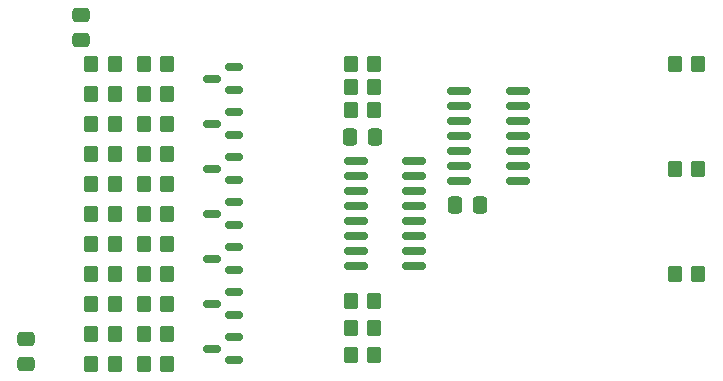
<source format=gbr>
%TF.GenerationSoftware,KiCad,Pcbnew,(6.0.11)*%
%TF.CreationDate,2023-03-14T22:18:48-05:00*%
%TF.ProjectId,rx02-mega2560-pro,72783032-2d6d-4656-9761-323536302d70,rev?*%
%TF.SameCoordinates,Original*%
%TF.FileFunction,Paste,Top*%
%TF.FilePolarity,Positive*%
%FSLAX46Y46*%
G04 Gerber Fmt 4.6, Leading zero omitted, Abs format (unit mm)*
G04 Created by KiCad (PCBNEW (6.0.11)) date 2023-03-14 22:18:48*
%MOMM*%
%LPD*%
G01*
G04 APERTURE LIST*
G04 Aperture macros list*
%AMRoundRect*
0 Rectangle with rounded corners*
0 $1 Rounding radius*
0 $2 $3 $4 $5 $6 $7 $8 $9 X,Y pos of 4 corners*
0 Add a 4 corners polygon primitive as box body*
4,1,4,$2,$3,$4,$5,$6,$7,$8,$9,$2,$3,0*
0 Add four circle primitives for the rounded corners*
1,1,$1+$1,$2,$3*
1,1,$1+$1,$4,$5*
1,1,$1+$1,$6,$7*
1,1,$1+$1,$8,$9*
0 Add four rect primitives between the rounded corners*
20,1,$1+$1,$2,$3,$4,$5,0*
20,1,$1+$1,$4,$5,$6,$7,0*
20,1,$1+$1,$6,$7,$8,$9,0*
20,1,$1+$1,$8,$9,$2,$3,0*%
G04 Aperture macros list end*
%ADD10RoundRect,0.250000X0.475000X-0.337500X0.475000X0.337500X-0.475000X0.337500X-0.475000X-0.337500X0*%
%ADD11RoundRect,0.250000X-0.350000X-0.450000X0.350000X-0.450000X0.350000X0.450000X-0.350000X0.450000X0*%
%ADD12RoundRect,0.250000X0.350000X0.450000X-0.350000X0.450000X-0.350000X-0.450000X0.350000X-0.450000X0*%
%ADD13RoundRect,0.150000X0.587500X0.150000X-0.587500X0.150000X-0.587500X-0.150000X0.587500X-0.150000X0*%
%ADD14RoundRect,0.150000X-0.825000X-0.150000X0.825000X-0.150000X0.825000X0.150000X-0.825000X0.150000X0*%
%ADD15RoundRect,0.150000X0.825000X0.150000X-0.825000X0.150000X-0.825000X-0.150000X0.825000X-0.150000X0*%
%ADD16RoundRect,0.250000X-0.337500X-0.475000X0.337500X-0.475000X0.337500X0.475000X-0.337500X0.475000X0*%
G04 APERTURE END LIST*
D10*
%TO.C,C4*%
X118110000Y-76729500D03*
X118110000Y-74654500D03*
%TD*%
D11*
%TO.C,R11*%
X119015000Y-91440000D03*
X121015000Y-91440000D03*
%TD*%
%TO.C,R13*%
X119015000Y-93971480D03*
X121015000Y-93971480D03*
%TD*%
D12*
%TO.C,R28*%
X142960600Y-82702400D03*
X140960600Y-82702400D03*
%TD*%
D11*
%TO.C,R21*%
X119015000Y-104140000D03*
X121015000Y-104140000D03*
%TD*%
%TO.C,R6*%
X119015000Y-83820000D03*
X121015000Y-83820000D03*
%TD*%
%TO.C,R17*%
X119015000Y-99060000D03*
X121015000Y-99060000D03*
%TD*%
D13*
%TO.C,Q1*%
X131112500Y-84770000D03*
X131112500Y-82870000D03*
X129237500Y-83820000D03*
%TD*%
%TO.C,Q5*%
X131112500Y-92390000D03*
X131112500Y-90490000D03*
X129237500Y-91440000D03*
%TD*%
D11*
%TO.C,R5*%
X123460000Y-81280000D03*
X125460000Y-81280000D03*
%TD*%
%TO.C,R15*%
X119015000Y-96511480D03*
X121015000Y-96511480D03*
%TD*%
D14*
%TO.C,U2*%
X141390600Y-86969600D03*
X141390600Y-88239600D03*
X141390600Y-89509600D03*
X141390600Y-90779600D03*
X141390600Y-92049600D03*
X141390600Y-93319600D03*
X141390600Y-94589600D03*
X141390600Y-95859600D03*
X146340600Y-95859600D03*
X146340600Y-94589600D03*
X146340600Y-93319600D03*
X146340600Y-92049600D03*
X146340600Y-90779600D03*
X146340600Y-89509600D03*
X146340600Y-88239600D03*
X146340600Y-86969600D03*
%TD*%
D12*
%TO.C,R26*%
X170418000Y-96520000D03*
X168418000Y-96520000D03*
%TD*%
D11*
%TO.C,R12*%
X123460000Y-91440000D03*
X125460000Y-91440000D03*
%TD*%
%TO.C,R14*%
X123460000Y-93971480D03*
X125460000Y-93971480D03*
%TD*%
D10*
%TO.C,C5*%
X113461800Y-104136100D03*
X113461800Y-102061100D03*
%TD*%
D12*
%TO.C,R30*%
X142960600Y-78765400D03*
X140960600Y-78765400D03*
%TD*%
D15*
%TO.C,U1*%
X155129000Y-88646000D03*
X155129000Y-87376000D03*
X155129000Y-86106000D03*
X155129000Y-84836000D03*
X155129000Y-83566000D03*
X155129000Y-82296000D03*
X155129000Y-81026000D03*
X150179000Y-81026000D03*
X150179000Y-82296000D03*
X150179000Y-83566000D03*
X150179000Y-84836000D03*
X150179000Y-86106000D03*
X150179000Y-87376000D03*
X150179000Y-88646000D03*
%TD*%
D11*
%TO.C,R23*%
X123460000Y-88900000D03*
X125460000Y-88900000D03*
%TD*%
%TO.C,R16*%
X123460000Y-96511480D03*
X125460000Y-96511480D03*
%TD*%
D12*
%TO.C,R24*%
X170418000Y-78740000D03*
X168418000Y-78740000D03*
%TD*%
D11*
%TO.C,R9*%
X123460000Y-86360000D03*
X125460000Y-86360000D03*
%TD*%
%TO.C,R3*%
X123460000Y-78740000D03*
X125460000Y-78740000D03*
%TD*%
%TO.C,R19*%
X119015000Y-101600000D03*
X121015000Y-101600000D03*
%TD*%
D13*
%TO.C,Q4*%
X131112500Y-96200000D03*
X131112500Y-94300000D03*
X129237500Y-95250000D03*
%TD*%
%TO.C,Q6*%
X131112500Y-100010000D03*
X131112500Y-98110000D03*
X129237500Y-99060000D03*
%TD*%
%TO.C,Q3*%
X131112500Y-88580000D03*
X131112500Y-86680000D03*
X129237500Y-87630000D03*
%TD*%
D16*
%TO.C,C6*%
X140948500Y-84934000D03*
X143023500Y-84934000D03*
%TD*%
D11*
%TO.C,R10*%
X119015000Y-88900000D03*
X121015000Y-88900000D03*
%TD*%
%TO.C,R22*%
X123460000Y-104140000D03*
X125460000Y-104140000D03*
%TD*%
%TO.C,R2*%
X119015000Y-78740000D03*
X121015000Y-78740000D03*
%TD*%
D12*
%TO.C,R31*%
X142986000Y-103403400D03*
X140986000Y-103403400D03*
%TD*%
D11*
%TO.C,R18*%
X123460000Y-99060000D03*
X125460000Y-99060000D03*
%TD*%
D12*
%TO.C,R25*%
X170418000Y-87630000D03*
X168418000Y-87630000D03*
%TD*%
%TO.C,R27*%
X142960600Y-80746600D03*
X140960600Y-80746600D03*
%TD*%
%TO.C,R29*%
X142960600Y-101092000D03*
X140960600Y-101092000D03*
%TD*%
D16*
%TO.C,C3*%
X149838500Y-90678000D03*
X151913500Y-90678000D03*
%TD*%
D11*
%TO.C,R4*%
X119015000Y-81280000D03*
X121015000Y-81280000D03*
%TD*%
%TO.C,R20*%
X123460000Y-101600000D03*
X125460000Y-101600000D03*
%TD*%
D13*
%TO.C,Q7*%
X131112500Y-103820000D03*
X131112500Y-101920000D03*
X129237500Y-102870000D03*
%TD*%
D12*
%TO.C,R1*%
X142970000Y-98806000D03*
X140970000Y-98806000D03*
%TD*%
D13*
%TO.C,Q2*%
X131112500Y-80960000D03*
X131112500Y-79060000D03*
X129237500Y-80010000D03*
%TD*%
D11*
%TO.C,R8*%
X119015000Y-86360000D03*
X121015000Y-86360000D03*
%TD*%
%TO.C,R7*%
X123460000Y-83820000D03*
X125460000Y-83820000D03*
%TD*%
M02*

</source>
